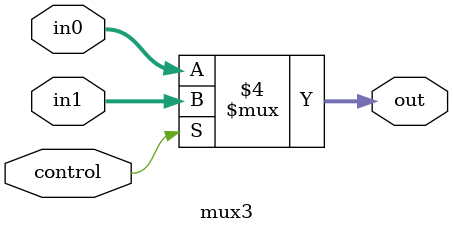
<source format=v>
module mux3 (
    input wire [3:0] in0,      // 32-bit input 0
    input wire [3:0] in1,      // 32-bit input 1
    input wire control,         // Single-bit selector
    output reg [3:0] out       // 32-bit output
);

    always @(*) begin
        if (control == 1'b0)
            out = in0;
        else
            out = in1;
    end

endmodule

</source>
